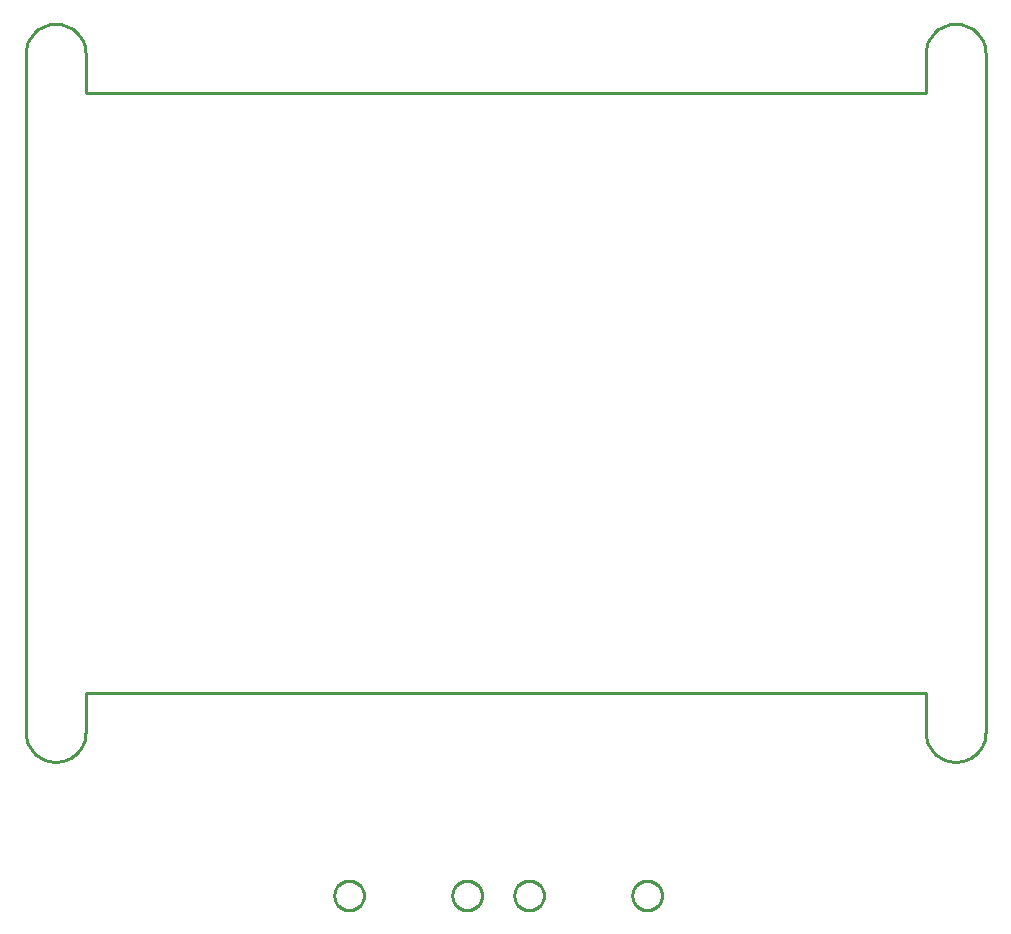
<source format=gbr>
G04 EAGLE Gerber RS-274X export*
G75*
%MOMM*%
%FSLAX34Y34*%
%LPD*%
%IN*%
%IPPOS*%
%AMOC8*
5,1,8,0,0,1.08239X$1,22.5*%
G01*
%ADD10C,0.254000*%


D10*
X-19050Y68580D02*
X-18953Y66366D01*
X-18664Y64169D01*
X-18185Y62006D01*
X-17518Y59893D01*
X-16670Y57846D01*
X-15647Y55880D01*
X-14456Y54011D01*
X-13108Y52253D01*
X-11611Y50620D01*
X-9977Y49122D01*
X-8219Y47774D01*
X-6350Y46583D01*
X-4385Y45560D01*
X-2337Y44712D01*
X-224Y44045D01*
X1939Y43566D01*
X4136Y43277D01*
X6350Y43180D01*
X8564Y43277D01*
X10761Y43566D01*
X12924Y44045D01*
X15037Y44712D01*
X17085Y45560D01*
X19050Y46583D01*
X20919Y47774D01*
X22677Y49122D01*
X24311Y50619D01*
X25808Y52253D01*
X27156Y54011D01*
X28347Y55880D01*
X29370Y57845D01*
X30218Y59893D01*
X30885Y62006D01*
X31364Y64169D01*
X31653Y66366D01*
X31750Y68580D01*
X31750Y101600D01*
X742950Y101600D01*
X742950Y68580D01*
X743047Y66366D01*
X743336Y64169D01*
X743815Y62006D01*
X744482Y59893D01*
X745330Y57846D01*
X746353Y55880D01*
X747544Y54011D01*
X748892Y52253D01*
X750390Y50620D01*
X752023Y49122D01*
X753781Y47774D01*
X755650Y46583D01*
X757616Y45560D01*
X759663Y44712D01*
X761776Y44045D01*
X763939Y43566D01*
X766136Y43277D01*
X768350Y43180D01*
X770564Y43277D01*
X772761Y43566D01*
X774924Y44045D01*
X777037Y44712D01*
X779085Y45560D01*
X781050Y46583D01*
X782919Y47774D01*
X784677Y49122D01*
X786311Y50620D01*
X787808Y52253D01*
X789156Y54011D01*
X790347Y55880D01*
X791370Y57846D01*
X792218Y59893D01*
X792885Y62006D01*
X793364Y64169D01*
X793653Y66366D01*
X793750Y68580D01*
X793750Y642620D01*
X793653Y644834D01*
X793364Y647031D01*
X792885Y649194D01*
X792218Y651307D01*
X791370Y653355D01*
X790347Y655320D01*
X789156Y657189D01*
X787808Y658947D01*
X786311Y660581D01*
X784677Y662078D01*
X782919Y663426D01*
X781050Y664617D01*
X779085Y665640D01*
X777037Y666488D01*
X774924Y667155D01*
X772761Y667634D01*
X770564Y667923D01*
X768350Y668020D01*
X766136Y667923D01*
X763939Y667634D01*
X761776Y667155D01*
X759663Y666488D01*
X757616Y665640D01*
X755650Y664617D01*
X753781Y663426D01*
X752023Y662078D01*
X750390Y660581D01*
X748892Y658947D01*
X747544Y657189D01*
X746353Y655320D01*
X745330Y653355D01*
X744482Y651307D01*
X743815Y649194D01*
X743336Y647031D01*
X743047Y644834D01*
X742950Y642620D01*
X742950Y609600D01*
X31750Y609600D01*
X31750Y642620D01*
X31653Y644834D01*
X31364Y647031D01*
X30885Y649194D01*
X30218Y651307D01*
X29370Y653354D01*
X28347Y655320D01*
X27156Y657189D01*
X25808Y658947D01*
X24311Y660581D01*
X22677Y662078D01*
X20919Y663426D01*
X19050Y664617D01*
X17085Y665640D01*
X15037Y666488D01*
X12924Y667155D01*
X10761Y667634D01*
X8564Y667923D01*
X6350Y668020D01*
X4136Y667923D01*
X1939Y667634D01*
X-224Y667155D01*
X-2337Y666488D01*
X-4385Y665640D01*
X-6350Y664617D01*
X-8219Y663426D01*
X-9977Y662078D01*
X-11611Y660581D01*
X-13108Y658947D01*
X-14456Y657189D01*
X-15647Y655320D01*
X-16670Y653355D01*
X-17518Y651307D01*
X-18185Y649194D01*
X-18664Y647031D01*
X-18953Y644834D01*
X-19050Y642620D01*
X-19050Y68580D01*
X494700Y-69509D02*
X494777Y-68530D01*
X494931Y-67560D01*
X495160Y-66604D01*
X495464Y-65670D01*
X495839Y-64763D01*
X496285Y-63888D01*
X496799Y-63050D01*
X497376Y-62255D01*
X498014Y-61508D01*
X498708Y-60814D01*
X499455Y-60176D01*
X500250Y-59599D01*
X501088Y-59085D01*
X501963Y-58639D01*
X502870Y-58264D01*
X503804Y-57960D01*
X504760Y-57731D01*
X505730Y-57577D01*
X506709Y-57500D01*
X507691Y-57500D01*
X508670Y-57577D01*
X509641Y-57731D01*
X510596Y-57960D01*
X511530Y-58264D01*
X512437Y-58639D01*
X513312Y-59085D01*
X514150Y-59599D01*
X514945Y-60176D01*
X515692Y-60814D01*
X516386Y-61508D01*
X517024Y-62255D01*
X517601Y-63050D01*
X518115Y-63888D01*
X518561Y-64763D01*
X518936Y-65670D01*
X519240Y-66604D01*
X519469Y-67560D01*
X519623Y-68530D01*
X519700Y-69509D01*
X519700Y-70491D01*
X519623Y-71470D01*
X519469Y-72441D01*
X519240Y-73396D01*
X518936Y-74330D01*
X518561Y-75237D01*
X518115Y-76112D01*
X517601Y-76950D01*
X517024Y-77745D01*
X516386Y-78492D01*
X515692Y-79186D01*
X514945Y-79824D01*
X514150Y-80401D01*
X513312Y-80915D01*
X512437Y-81361D01*
X511530Y-81736D01*
X510596Y-82040D01*
X509641Y-82269D01*
X508670Y-82423D01*
X507691Y-82500D01*
X506709Y-82500D01*
X505730Y-82423D01*
X504760Y-82269D01*
X503804Y-82040D01*
X502870Y-81736D01*
X501963Y-81361D01*
X501088Y-80915D01*
X500250Y-80401D01*
X499455Y-79824D01*
X498708Y-79186D01*
X498014Y-78492D01*
X497376Y-77745D01*
X496799Y-76950D01*
X496285Y-76112D01*
X495839Y-75237D01*
X495464Y-74330D01*
X495160Y-73396D01*
X494931Y-72441D01*
X494777Y-71470D01*
X494700Y-70491D01*
X494700Y-69509D01*
X394700Y-69509D02*
X394777Y-68530D01*
X394931Y-67560D01*
X395160Y-66604D01*
X395464Y-65670D01*
X395839Y-64763D01*
X396285Y-63888D01*
X396799Y-63050D01*
X397376Y-62255D01*
X398014Y-61508D01*
X398708Y-60814D01*
X399455Y-60176D01*
X400250Y-59599D01*
X401088Y-59085D01*
X401963Y-58639D01*
X402870Y-58264D01*
X403804Y-57960D01*
X404760Y-57731D01*
X405730Y-57577D01*
X406709Y-57500D01*
X407691Y-57500D01*
X408670Y-57577D01*
X409641Y-57731D01*
X410596Y-57960D01*
X411530Y-58264D01*
X412437Y-58639D01*
X413312Y-59085D01*
X414150Y-59599D01*
X414945Y-60176D01*
X415692Y-60814D01*
X416386Y-61508D01*
X417024Y-62255D01*
X417601Y-63050D01*
X418115Y-63888D01*
X418561Y-64763D01*
X418936Y-65670D01*
X419240Y-66604D01*
X419469Y-67560D01*
X419623Y-68530D01*
X419700Y-69509D01*
X419700Y-70491D01*
X419623Y-71470D01*
X419469Y-72441D01*
X419240Y-73396D01*
X418936Y-74330D01*
X418561Y-75237D01*
X418115Y-76112D01*
X417601Y-76950D01*
X417024Y-77745D01*
X416386Y-78492D01*
X415692Y-79186D01*
X414945Y-79824D01*
X414150Y-80401D01*
X413312Y-80915D01*
X412437Y-81361D01*
X411530Y-81736D01*
X410596Y-82040D01*
X409641Y-82269D01*
X408670Y-82423D01*
X407691Y-82500D01*
X406709Y-82500D01*
X405730Y-82423D01*
X404760Y-82269D01*
X403804Y-82040D01*
X402870Y-81736D01*
X401963Y-81361D01*
X401088Y-80915D01*
X400250Y-80401D01*
X399455Y-79824D01*
X398708Y-79186D01*
X398014Y-78492D01*
X397376Y-77745D01*
X396799Y-76950D01*
X396285Y-76112D01*
X395839Y-75237D01*
X395464Y-74330D01*
X395160Y-73396D01*
X394931Y-72441D01*
X394777Y-71470D01*
X394700Y-70491D01*
X394700Y-69509D01*
X342300Y-69509D02*
X342377Y-68530D01*
X342531Y-67560D01*
X342760Y-66604D01*
X343064Y-65670D01*
X343439Y-64763D01*
X343885Y-63888D01*
X344399Y-63050D01*
X344976Y-62255D01*
X345614Y-61508D01*
X346308Y-60814D01*
X347055Y-60176D01*
X347850Y-59599D01*
X348688Y-59085D01*
X349563Y-58639D01*
X350470Y-58264D01*
X351404Y-57960D01*
X352360Y-57731D01*
X353330Y-57577D01*
X354309Y-57500D01*
X355291Y-57500D01*
X356270Y-57577D01*
X357241Y-57731D01*
X358196Y-57960D01*
X359130Y-58264D01*
X360037Y-58639D01*
X360912Y-59085D01*
X361750Y-59599D01*
X362545Y-60176D01*
X363292Y-60814D01*
X363986Y-61508D01*
X364624Y-62255D01*
X365201Y-63050D01*
X365715Y-63888D01*
X366161Y-64763D01*
X366536Y-65670D01*
X366840Y-66604D01*
X367069Y-67560D01*
X367223Y-68530D01*
X367300Y-69509D01*
X367300Y-70491D01*
X367223Y-71470D01*
X367069Y-72441D01*
X366840Y-73396D01*
X366536Y-74330D01*
X366161Y-75237D01*
X365715Y-76112D01*
X365201Y-76950D01*
X364624Y-77745D01*
X363986Y-78492D01*
X363292Y-79186D01*
X362545Y-79824D01*
X361750Y-80401D01*
X360912Y-80915D01*
X360037Y-81361D01*
X359130Y-81736D01*
X358196Y-82040D01*
X357241Y-82269D01*
X356270Y-82423D01*
X355291Y-82500D01*
X354309Y-82500D01*
X353330Y-82423D01*
X352360Y-82269D01*
X351404Y-82040D01*
X350470Y-81736D01*
X349563Y-81361D01*
X348688Y-80915D01*
X347850Y-80401D01*
X347055Y-79824D01*
X346308Y-79186D01*
X345614Y-78492D01*
X344976Y-77745D01*
X344399Y-76950D01*
X343885Y-76112D01*
X343439Y-75237D01*
X343064Y-74330D01*
X342760Y-73396D01*
X342531Y-72441D01*
X342377Y-71470D01*
X342300Y-70491D01*
X342300Y-69509D01*
X242300Y-69509D02*
X242377Y-68530D01*
X242531Y-67560D01*
X242760Y-66604D01*
X243064Y-65670D01*
X243439Y-64763D01*
X243885Y-63888D01*
X244399Y-63050D01*
X244976Y-62255D01*
X245614Y-61508D01*
X246308Y-60814D01*
X247055Y-60176D01*
X247850Y-59599D01*
X248688Y-59085D01*
X249563Y-58639D01*
X250470Y-58264D01*
X251404Y-57960D01*
X252360Y-57731D01*
X253330Y-57577D01*
X254309Y-57500D01*
X255291Y-57500D01*
X256270Y-57577D01*
X257241Y-57731D01*
X258196Y-57960D01*
X259130Y-58264D01*
X260037Y-58639D01*
X260912Y-59085D01*
X261750Y-59599D01*
X262545Y-60176D01*
X263292Y-60814D01*
X263986Y-61508D01*
X264624Y-62255D01*
X265201Y-63050D01*
X265715Y-63888D01*
X266161Y-64763D01*
X266536Y-65670D01*
X266840Y-66604D01*
X267069Y-67560D01*
X267223Y-68530D01*
X267300Y-69509D01*
X267300Y-70491D01*
X267223Y-71470D01*
X267069Y-72441D01*
X266840Y-73396D01*
X266536Y-74330D01*
X266161Y-75237D01*
X265715Y-76112D01*
X265201Y-76950D01*
X264624Y-77745D01*
X263986Y-78492D01*
X263292Y-79186D01*
X262545Y-79824D01*
X261750Y-80401D01*
X260912Y-80915D01*
X260037Y-81361D01*
X259130Y-81736D01*
X258196Y-82040D01*
X257241Y-82269D01*
X256270Y-82423D01*
X255291Y-82500D01*
X254309Y-82500D01*
X253330Y-82423D01*
X252360Y-82269D01*
X251404Y-82040D01*
X250470Y-81736D01*
X249563Y-81361D01*
X248688Y-80915D01*
X247850Y-80401D01*
X247055Y-79824D01*
X246308Y-79186D01*
X245614Y-78492D01*
X244976Y-77745D01*
X244399Y-76950D01*
X243885Y-76112D01*
X243439Y-75237D01*
X243064Y-74330D01*
X242760Y-73396D01*
X242531Y-72441D01*
X242377Y-71470D01*
X242300Y-70491D01*
X242300Y-69509D01*
M02*

</source>
